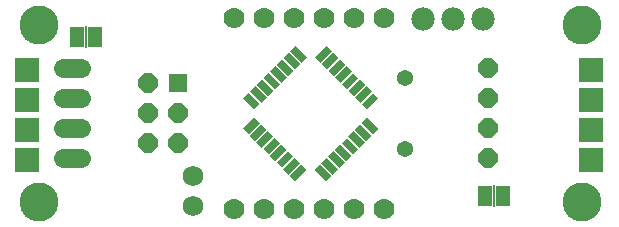
<source format=gbs>
G75*
G70*
%OFA0B0*%
%FSLAX24Y24*%
%IPPOS*%
%LPD*%
%AMOC8*
5,1,8,0,0,1.08239X$1,22.5*
%
%ADD10C,0.1300*%
%ADD11C,0.0700*%
%ADD12R,0.0500X0.0670*%
%ADD13R,0.0060X0.0720*%
%ADD14C,0.0640*%
%ADD15OC8,0.0634*%
%ADD16C,0.0540*%
%ADD17C,0.0690*%
%ADD18R,0.0640X0.0640*%
%ADD19OC8,0.0640*%
%ADD20R,0.0840X0.0840*%
%ADD21C,0.0780*%
%ADD22R,0.0540X0.0260*%
%ADD23R,0.0260X0.0540*%
D10*
X003394Y001287D03*
X003394Y007193D03*
X021504Y007193D03*
X021504Y001287D03*
D11*
X014890Y001041D03*
X013890Y001041D03*
X012890Y001041D03*
X011890Y001041D03*
X010890Y001041D03*
X009890Y001041D03*
X009890Y007435D03*
X010890Y007435D03*
X011890Y007435D03*
X012890Y007435D03*
X013890Y007435D03*
X014890Y007435D03*
D12*
X005269Y006799D03*
X004669Y006799D03*
X018251Y001484D03*
X018851Y001484D03*
D13*
X018551Y001484D03*
X004969Y006799D03*
D14*
X004800Y005740D02*
X004200Y005740D01*
X004200Y004740D02*
X004800Y004740D01*
X004800Y003740D02*
X004200Y003740D01*
X004200Y002740D02*
X004800Y002740D01*
D15*
X018345Y002740D03*
X018345Y003740D03*
X018345Y004740D03*
X018345Y005740D03*
D16*
X015598Y005421D03*
X015598Y003059D03*
D17*
X008512Y002173D03*
X008512Y001173D03*
D18*
X008028Y005240D03*
D19*
X007028Y005240D03*
X007028Y004240D03*
X008028Y004240D03*
X008028Y003240D03*
X007028Y003240D03*
D20*
X003000Y003697D03*
X003000Y004697D03*
X003000Y005697D03*
X003000Y002697D03*
X021803Y002697D03*
X021803Y003697D03*
X021803Y004697D03*
X021803Y005697D03*
D21*
X018189Y007390D03*
X017189Y007390D03*
X016189Y007390D03*
D22*
G36*
X011935Y006497D02*
X012315Y006117D01*
X012131Y005933D01*
X011751Y006313D01*
X011935Y006497D01*
G37*
G36*
X011713Y006274D02*
X012093Y005894D01*
X011909Y005710D01*
X011529Y006090D01*
X011713Y006274D01*
G37*
G36*
X011490Y006051D02*
X011870Y005671D01*
X011686Y005487D01*
X011306Y005867D01*
X011490Y006051D01*
G37*
G36*
X011267Y005829D02*
X011647Y005449D01*
X011463Y005265D01*
X011083Y005645D01*
X011267Y005829D01*
G37*
G36*
X011044Y005606D02*
X011424Y005226D01*
X011240Y005042D01*
X010860Y005422D01*
X011044Y005606D01*
G37*
G36*
X010822Y005383D02*
X011202Y005003D01*
X011018Y004819D01*
X010638Y005199D01*
X010822Y005383D01*
G37*
G36*
X010599Y005160D02*
X010979Y004780D01*
X010795Y004596D01*
X010415Y004976D01*
X010599Y005160D01*
G37*
G36*
X010376Y004938D02*
X010756Y004558D01*
X010572Y004374D01*
X010192Y004754D01*
X010376Y004938D01*
G37*
G36*
X014103Y003884D02*
X014483Y003504D01*
X014299Y003320D01*
X013919Y003700D01*
X014103Y003884D01*
G37*
G36*
X014325Y004107D02*
X014705Y003727D01*
X014521Y003543D01*
X014141Y003923D01*
X014325Y004107D01*
G37*
G36*
X013880Y003661D02*
X014260Y003281D01*
X014076Y003097D01*
X013696Y003477D01*
X013880Y003661D01*
G37*
G36*
X013657Y003439D02*
X014037Y003059D01*
X013853Y002875D01*
X013473Y003255D01*
X013657Y003439D01*
G37*
G36*
X013434Y003216D02*
X013814Y002836D01*
X013630Y002652D01*
X013250Y003032D01*
X013434Y003216D01*
G37*
G36*
X013212Y002993D02*
X013592Y002613D01*
X013408Y002429D01*
X013028Y002809D01*
X013212Y002993D01*
G37*
G36*
X012989Y002770D02*
X013369Y002390D01*
X013185Y002206D01*
X012805Y002586D01*
X012989Y002770D01*
G37*
G36*
X012766Y002548D02*
X013146Y002168D01*
X012962Y001984D01*
X012582Y002364D01*
X012766Y002548D01*
G37*
D23*
G36*
X012131Y002548D02*
X012315Y002364D01*
X011935Y001984D01*
X011751Y002168D01*
X012131Y002548D01*
G37*
G36*
X011909Y002770D02*
X012093Y002586D01*
X011713Y002206D01*
X011529Y002390D01*
X011909Y002770D01*
G37*
G36*
X011686Y002993D02*
X011870Y002809D01*
X011490Y002429D01*
X011306Y002613D01*
X011686Y002993D01*
G37*
G36*
X011463Y003216D02*
X011647Y003032D01*
X011267Y002652D01*
X011083Y002836D01*
X011463Y003216D01*
G37*
G36*
X011240Y003439D02*
X011424Y003255D01*
X011044Y002875D01*
X010860Y003059D01*
X011240Y003439D01*
G37*
G36*
X011018Y003661D02*
X011202Y003477D01*
X010822Y003097D01*
X010638Y003281D01*
X011018Y003661D01*
G37*
G36*
X010795Y003884D02*
X010979Y003700D01*
X010599Y003320D01*
X010415Y003504D01*
X010795Y003884D01*
G37*
G36*
X010572Y004107D02*
X010756Y003923D01*
X010376Y003543D01*
X010192Y003727D01*
X010572Y004107D01*
G37*
G36*
X013853Y005606D02*
X014037Y005422D01*
X013657Y005042D01*
X013473Y005226D01*
X013853Y005606D01*
G37*
G36*
X013630Y005829D02*
X013814Y005645D01*
X013434Y005265D01*
X013250Y005449D01*
X013630Y005829D01*
G37*
G36*
X013408Y006051D02*
X013592Y005867D01*
X013212Y005487D01*
X013028Y005671D01*
X013408Y006051D01*
G37*
G36*
X013185Y006274D02*
X013369Y006090D01*
X012989Y005710D01*
X012805Y005894D01*
X013185Y006274D01*
G37*
G36*
X012962Y006497D02*
X013146Y006313D01*
X012766Y005933D01*
X012582Y006117D01*
X012962Y006497D01*
G37*
G36*
X014076Y005383D02*
X014260Y005199D01*
X013880Y004819D01*
X013696Y005003D01*
X014076Y005383D01*
G37*
G36*
X014299Y005160D02*
X014483Y004976D01*
X014103Y004596D01*
X013919Y004780D01*
X014299Y005160D01*
G37*
G36*
X014521Y004938D02*
X014705Y004754D01*
X014325Y004374D01*
X014141Y004558D01*
X014521Y004938D01*
G37*
M02*

</source>
